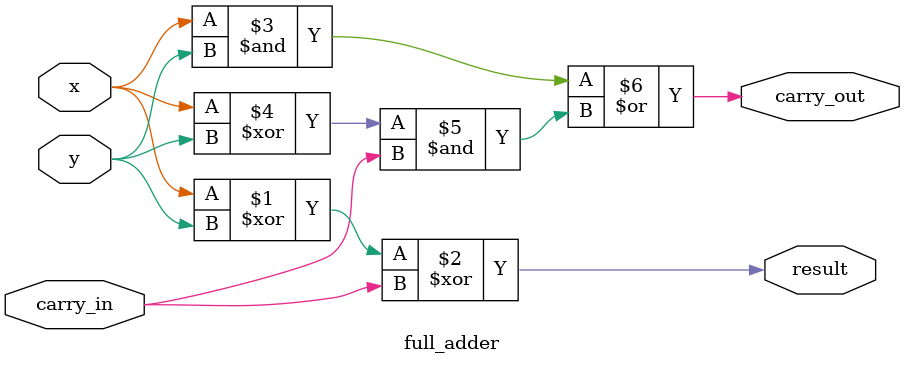
<source format=v>
module full_adder(
  input x, y,
  input carry_in,
  output result,
  output carry_out
);

assign result = x ^ y ^ carry_in;
assign carry_out = x & y | (x^y) & carry_in;

endmodule 
</source>
